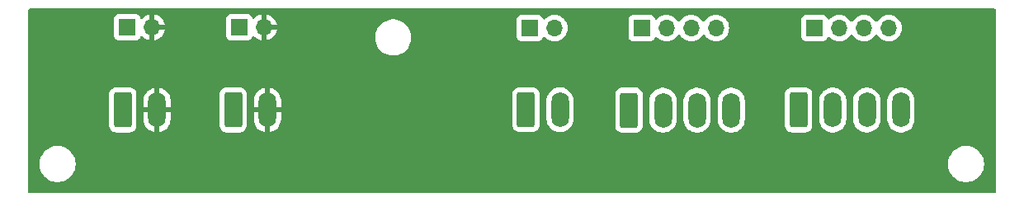
<source format=gbr>
%TF.GenerationSoftware,KiCad,Pcbnew,8.0.3*%
%TF.CreationDate,2024-08-02T17:34:24+01:00*%
%TF.ProjectId,FCPC Breakout PCB,46435043-2042-4726-9561-6b6f75742050,V1.1*%
%TF.SameCoordinates,Original*%
%TF.FileFunction,Copper,L2,Bot*%
%TF.FilePolarity,Positive*%
%FSLAX46Y46*%
G04 Gerber Fmt 4.6, Leading zero omitted, Abs format (unit mm)*
G04 Created by KiCad (PCBNEW 8.0.3) date 2024-08-02 17:34:24*
%MOMM*%
%LPD*%
G01*
G04 APERTURE LIST*
G04 Aperture macros list*
%AMRoundRect*
0 Rectangle with rounded corners*
0 $1 Rounding radius*
0 $2 $3 $4 $5 $6 $7 $8 $9 X,Y pos of 4 corners*
0 Add a 4 corners polygon primitive as box body*
4,1,4,$2,$3,$4,$5,$6,$7,$8,$9,$2,$3,0*
0 Add four circle primitives for the rounded corners*
1,1,$1+$1,$2,$3*
1,1,$1+$1,$4,$5*
1,1,$1+$1,$6,$7*
1,1,$1+$1,$8,$9*
0 Add four rect primitives between the rounded corners*
20,1,$1+$1,$2,$3,$4,$5,0*
20,1,$1+$1,$4,$5,$6,$7,0*
20,1,$1+$1,$6,$7,$8,$9,0*
20,1,$1+$1,$8,$9,$2,$3,0*%
G04 Aperture macros list end*
%TA.AperFunction,ComponentPad*%
%ADD10RoundRect,0.250000X-0.650000X-1.550000X0.650000X-1.550000X0.650000X1.550000X-0.650000X1.550000X0*%
%TD*%
%TA.AperFunction,ComponentPad*%
%ADD11O,1.800000X3.600000*%
%TD*%
%TA.AperFunction,ComponentPad*%
%ADD12R,1.700000X1.700000*%
%TD*%
%TA.AperFunction,ComponentPad*%
%ADD13O,1.700000X1.700000*%
%TD*%
%TA.AperFunction,ViaPad*%
%ADD14C,0.800000*%
%TD*%
G04 APERTURE END LIST*
D10*
%TO.P,J3,1,Pin_1*%
%TO.N,UART TX*%
X153466800Y-127508000D03*
D11*
%TO.P,J3,2,Pin_2*%
%TO.N,UART RX*%
X156966800Y-127508000D03*
%TD*%
D10*
%TO.P,J4,1,Pin_1*%
%TO.N,+5V*%
X123438700Y-127540900D03*
D11*
%TO.P,J4,2,Pin_2*%
%TO.N,GND*%
X126938700Y-127540900D03*
%TD*%
D10*
%TO.P,J5,1,Pin_1*%
%TO.N,+12V*%
X112110300Y-127540900D03*
D11*
%TO.P,J5,2,Pin_2*%
%TO.N,GND*%
X115610300Y-127540900D03*
%TD*%
D10*
%TO.P,J1,1,Pin_1*%
%TO.N,CANAL*%
X181452300Y-127540900D03*
D11*
%TO.P,J1,2,Pin_2*%
%TO.N,CANAH*%
X184952300Y-127540900D03*
%TO.P,J1,3,Pin_3*%
%TO.N,CANBL*%
X188452300Y-127540900D03*
%TO.P,J1,4,Pin_4*%
%TO.N,CANBH*%
X191952300Y-127540900D03*
%TD*%
D10*
%TO.P,J2,1,Pin_1*%
%TO.N,O RS485 P*%
X164033200Y-127558800D03*
D11*
%TO.P,J2,2,Pin_2*%
%TO.N,O RS485 N*%
X167533200Y-127558800D03*
%TO.P,J2,3,Pin_3*%
%TO.N,I RS485 P*%
X171033200Y-127558800D03*
%TO.P,J2,4,Pin_4*%
%TO.N,I RS485 N*%
X174533200Y-127558800D03*
%TD*%
D12*
%TO.P,J10,1,Pin_1*%
%TO.N,O RS485 P*%
X165348800Y-119126000D03*
D13*
%TO.P,J10,2,Pin_2*%
%TO.N,O RS485 N*%
X167888800Y-119126000D03*
%TO.P,J10,3,Pin_3*%
%TO.N,I RS485 P*%
X170428800Y-119126000D03*
%TO.P,J10,4,Pin_4*%
%TO.N,I RS485 N*%
X172968800Y-119126000D03*
%TD*%
D12*
%TO.P,J8,1,Pin_1*%
%TO.N,+5V*%
X124038100Y-119057300D03*
D13*
%TO.P,J8,2,Pin_2*%
%TO.N,GND*%
X126578100Y-119057300D03*
%TD*%
D12*
%TO.P,J6,1,Pin_1*%
%TO.N,UART TX*%
X153868000Y-119126000D03*
D13*
%TO.P,J6,2,Pin_2*%
%TO.N,UART RX*%
X156408000Y-119126000D03*
%TD*%
D12*
%TO.P,J7,1,Pin_1*%
%TO.N,CANAL*%
X183078000Y-119126000D03*
D13*
%TO.P,J7,2,Pin_2*%
%TO.N,CANAH*%
X185618000Y-119126000D03*
%TO.P,J7,3,Pin_3*%
%TO.N,CANBL*%
X188158000Y-119126000D03*
%TO.P,J7,4,Pin_4*%
%TO.N,CANBH*%
X190698000Y-119126000D03*
%TD*%
D12*
%TO.P,J9,1,Pin_1*%
%TO.N,+12V*%
X112562300Y-119057300D03*
D13*
%TO.P,J9,2,Pin_2*%
%TO.N,GND*%
X115102300Y-119057300D03*
%TD*%
D14*
%TO.N,GND*%
X108142700Y-120327300D03*
X119471100Y-120327300D03*
%TD*%
%TA.AperFunction,Conductor*%
%TO.N,GND*%
G36*
X201626539Y-117156985D02*
G01*
X201672294Y-117209789D01*
X201683500Y-117261300D01*
X201683500Y-135976700D01*
X201663815Y-136043739D01*
X201611011Y-136089494D01*
X201559500Y-136100700D01*
X102529300Y-136100700D01*
X102462261Y-136081015D01*
X102416506Y-136028211D01*
X102405300Y-135976700D01*
X102405300Y-132974711D01*
X103559500Y-132974711D01*
X103559500Y-133217288D01*
X103591161Y-133457785D01*
X103653947Y-133692104D01*
X103746773Y-133916205D01*
X103746776Y-133916212D01*
X103868064Y-134126289D01*
X103868066Y-134126292D01*
X103868067Y-134126293D01*
X104015733Y-134318736D01*
X104015739Y-134318743D01*
X104187256Y-134490260D01*
X104187262Y-134490265D01*
X104379711Y-134637936D01*
X104589788Y-134759224D01*
X104813900Y-134852054D01*
X105048211Y-134914838D01*
X105228586Y-134938584D01*
X105288711Y-134946500D01*
X105288712Y-134946500D01*
X105531289Y-134946500D01*
X105579388Y-134940167D01*
X105771789Y-134914838D01*
X106006100Y-134852054D01*
X106230212Y-134759224D01*
X106440289Y-134637936D01*
X106632738Y-134490265D01*
X106804265Y-134318738D01*
X106951936Y-134126289D01*
X107073224Y-133916212D01*
X107166054Y-133692100D01*
X107228838Y-133457789D01*
X107260500Y-133217288D01*
X107260500Y-132974712D01*
X107260500Y-132974711D01*
X196777500Y-132974711D01*
X196777500Y-133217288D01*
X196809161Y-133457785D01*
X196871947Y-133692104D01*
X196964773Y-133916205D01*
X196964776Y-133916212D01*
X197086064Y-134126289D01*
X197086066Y-134126292D01*
X197086067Y-134126293D01*
X197233733Y-134318736D01*
X197233739Y-134318743D01*
X197405256Y-134490260D01*
X197405262Y-134490265D01*
X197597711Y-134637936D01*
X197807788Y-134759224D01*
X198031900Y-134852054D01*
X198266211Y-134914838D01*
X198446586Y-134938584D01*
X198506711Y-134946500D01*
X198506712Y-134946500D01*
X198749289Y-134946500D01*
X198797388Y-134940167D01*
X198989789Y-134914838D01*
X199224100Y-134852054D01*
X199448212Y-134759224D01*
X199658289Y-134637936D01*
X199850738Y-134490265D01*
X200022265Y-134318738D01*
X200169936Y-134126289D01*
X200291224Y-133916212D01*
X200384054Y-133692100D01*
X200446838Y-133457789D01*
X200478500Y-133217288D01*
X200478500Y-132974712D01*
X200446838Y-132734211D01*
X200384054Y-132499900D01*
X200291224Y-132275788D01*
X200169936Y-132065711D01*
X200022265Y-131873262D01*
X200022260Y-131873256D01*
X199850743Y-131701739D01*
X199850736Y-131701733D01*
X199658293Y-131554067D01*
X199658292Y-131554066D01*
X199658289Y-131554064D01*
X199448212Y-131432776D01*
X199448205Y-131432773D01*
X199224104Y-131339947D01*
X198989785Y-131277161D01*
X198749289Y-131245500D01*
X198749288Y-131245500D01*
X198506712Y-131245500D01*
X198506711Y-131245500D01*
X198266214Y-131277161D01*
X198031895Y-131339947D01*
X197807794Y-131432773D01*
X197807785Y-131432777D01*
X197597706Y-131554067D01*
X197405263Y-131701733D01*
X197405256Y-131701739D01*
X197233739Y-131873256D01*
X197233733Y-131873263D01*
X197086067Y-132065706D01*
X196964777Y-132275785D01*
X196964773Y-132275794D01*
X196871947Y-132499895D01*
X196809161Y-132734214D01*
X196777500Y-132974711D01*
X107260500Y-132974711D01*
X107228838Y-132734211D01*
X107166054Y-132499900D01*
X107073224Y-132275788D01*
X106951936Y-132065711D01*
X106804265Y-131873262D01*
X106804260Y-131873256D01*
X106632743Y-131701739D01*
X106632736Y-131701733D01*
X106440293Y-131554067D01*
X106440292Y-131554066D01*
X106440289Y-131554064D01*
X106230212Y-131432776D01*
X106230205Y-131432773D01*
X106006104Y-131339947D01*
X105771785Y-131277161D01*
X105531289Y-131245500D01*
X105531288Y-131245500D01*
X105288712Y-131245500D01*
X105288711Y-131245500D01*
X105048214Y-131277161D01*
X104813895Y-131339947D01*
X104589794Y-131432773D01*
X104589785Y-131432777D01*
X104379706Y-131554067D01*
X104187263Y-131701733D01*
X104187256Y-131701739D01*
X104015739Y-131873256D01*
X104015733Y-131873263D01*
X103868067Y-132065706D01*
X103746777Y-132275785D01*
X103746773Y-132275794D01*
X103653947Y-132499895D01*
X103591161Y-132734214D01*
X103559500Y-132974711D01*
X102405300Y-132974711D01*
X102405300Y-125940883D01*
X110709800Y-125940883D01*
X110709800Y-129140901D01*
X110709801Y-129140918D01*
X110720300Y-129243696D01*
X110720301Y-129243699D01*
X110756608Y-129353265D01*
X110775486Y-129410234D01*
X110867588Y-129559556D01*
X110991644Y-129683612D01*
X111140966Y-129775714D01*
X111307503Y-129830899D01*
X111410291Y-129841400D01*
X112810308Y-129841399D01*
X112913097Y-129830899D01*
X113079634Y-129775714D01*
X113228956Y-129683612D01*
X113353012Y-129559556D01*
X113445114Y-129410234D01*
X113500299Y-129243697D01*
X113510800Y-129140909D01*
X113510799Y-126530718D01*
X114210300Y-126530718D01*
X114210300Y-127290900D01*
X115061818Y-127290900D01*
X115051189Y-127309309D01*
X115010300Y-127461909D01*
X115010300Y-127619891D01*
X115051189Y-127772491D01*
X115061818Y-127790900D01*
X114210300Y-127790900D01*
X114210300Y-128551081D01*
X114244773Y-128768735D01*
X114312867Y-128978310D01*
X114412913Y-129174660D01*
X114542442Y-129352941D01*
X114698258Y-129508757D01*
X114876539Y-129638286D01*
X115072889Y-129738332D01*
X115282463Y-129806426D01*
X115360299Y-129818754D01*
X115360300Y-129818754D01*
X115360300Y-128089382D01*
X115378709Y-128100011D01*
X115531309Y-128140900D01*
X115689291Y-128140900D01*
X115841891Y-128100011D01*
X115860300Y-128089382D01*
X115860300Y-129818754D01*
X115938134Y-129806426D01*
X115938137Y-129806426D01*
X116147710Y-129738332D01*
X116344060Y-129638286D01*
X116522341Y-129508757D01*
X116678157Y-129352941D01*
X116807686Y-129174660D01*
X116907732Y-128978310D01*
X116975826Y-128768735D01*
X117010300Y-128551081D01*
X117010300Y-127790900D01*
X116158782Y-127790900D01*
X116169411Y-127772491D01*
X116210300Y-127619891D01*
X116210300Y-127461909D01*
X116169411Y-127309309D01*
X116158782Y-127290900D01*
X117010300Y-127290900D01*
X117010300Y-126530718D01*
X116975826Y-126313064D01*
X116907732Y-126103489D01*
X116824880Y-125940883D01*
X122038200Y-125940883D01*
X122038200Y-129140901D01*
X122038201Y-129140918D01*
X122048700Y-129243696D01*
X122048701Y-129243699D01*
X122085008Y-129353265D01*
X122103886Y-129410234D01*
X122195988Y-129559556D01*
X122320044Y-129683612D01*
X122469366Y-129775714D01*
X122635903Y-129830899D01*
X122738691Y-129841400D01*
X124138708Y-129841399D01*
X124241497Y-129830899D01*
X124408034Y-129775714D01*
X124557356Y-129683612D01*
X124681412Y-129559556D01*
X124773514Y-129410234D01*
X124828699Y-129243697D01*
X124839200Y-129140909D01*
X124839199Y-126530718D01*
X125538700Y-126530718D01*
X125538700Y-127290900D01*
X126390218Y-127290900D01*
X126379589Y-127309309D01*
X126338700Y-127461909D01*
X126338700Y-127619891D01*
X126379589Y-127772491D01*
X126390218Y-127790900D01*
X125538700Y-127790900D01*
X125538700Y-128551081D01*
X125573173Y-128768735D01*
X125641267Y-128978310D01*
X125741313Y-129174660D01*
X125870842Y-129352941D01*
X126026658Y-129508757D01*
X126204939Y-129638286D01*
X126401289Y-129738332D01*
X126610863Y-129806426D01*
X126688699Y-129818754D01*
X126688700Y-129818754D01*
X126688700Y-128089382D01*
X126707109Y-128100011D01*
X126859709Y-128140900D01*
X127017691Y-128140900D01*
X127170291Y-128100011D01*
X127188700Y-128089382D01*
X127188700Y-129818754D01*
X127266534Y-129806426D01*
X127266537Y-129806426D01*
X127476110Y-129738332D01*
X127672460Y-129638286D01*
X127850741Y-129508757D01*
X128006557Y-129352941D01*
X128136086Y-129174660D01*
X128236132Y-128978310D01*
X128304226Y-128768735D01*
X128338700Y-128551081D01*
X128338700Y-127790900D01*
X127487182Y-127790900D01*
X127497811Y-127772491D01*
X127538700Y-127619891D01*
X127538700Y-127461909D01*
X127497811Y-127309309D01*
X127487182Y-127290900D01*
X128338700Y-127290900D01*
X128338700Y-126530718D01*
X128304226Y-126313064D01*
X128236132Y-126103489D01*
X128136516Y-125907983D01*
X152066300Y-125907983D01*
X152066300Y-129108001D01*
X152066301Y-129108018D01*
X152076800Y-129210796D01*
X152076801Y-129210799D01*
X152131985Y-129377331D01*
X152131987Y-129377336D01*
X152163321Y-129428136D01*
X152224088Y-129526656D01*
X152348144Y-129650712D01*
X152497466Y-129742814D01*
X152664003Y-129797999D01*
X152766791Y-129808500D01*
X154166808Y-129808499D01*
X154269597Y-129797999D01*
X154436134Y-129742814D01*
X154585456Y-129650712D01*
X154709512Y-129526656D01*
X154801614Y-129377334D01*
X154856799Y-129210797D01*
X154867300Y-129108009D01*
X154867299Y-126497778D01*
X155566300Y-126497778D01*
X155566300Y-128518221D01*
X155600785Y-128735952D01*
X155668903Y-128945603D01*
X155668904Y-128945606D01*
X155694789Y-128996406D01*
X155768422Y-129140918D01*
X155768987Y-129142025D01*
X155898552Y-129320358D01*
X155898556Y-129320363D01*
X156054436Y-129476243D01*
X156054441Y-129476247D01*
X156169109Y-129559557D01*
X156232778Y-129605815D01*
X156332472Y-129656612D01*
X156429193Y-129705895D01*
X156429196Y-129705896D01*
X156529026Y-129738332D01*
X156638849Y-129774015D01*
X156856578Y-129808500D01*
X156856579Y-129808500D01*
X157077021Y-129808500D01*
X157077022Y-129808500D01*
X157294751Y-129774015D01*
X157504406Y-129705895D01*
X157700822Y-129605815D01*
X157879165Y-129476242D01*
X158035042Y-129320365D01*
X158164615Y-129142022D01*
X158264695Y-128945606D01*
X158332815Y-128735951D01*
X158367300Y-128518222D01*
X158367300Y-126497778D01*
X158332815Y-126280049D01*
X158281201Y-126121194D01*
X158264696Y-126070396D01*
X158264695Y-126070393D01*
X158207830Y-125958791D01*
X158207826Y-125958783D01*
X162632700Y-125958783D01*
X162632700Y-129158801D01*
X162632701Y-129158818D01*
X162643200Y-129261596D01*
X162643201Y-129261599D01*
X162692455Y-129410236D01*
X162698386Y-129428134D01*
X162790488Y-129577456D01*
X162914544Y-129701512D01*
X163063866Y-129793614D01*
X163230403Y-129848799D01*
X163333191Y-129859300D01*
X164733208Y-129859299D01*
X164835997Y-129848799D01*
X165002534Y-129793614D01*
X165151856Y-129701512D01*
X165275912Y-129577456D01*
X165368014Y-129428134D01*
X165423199Y-129261597D01*
X165433700Y-129158809D01*
X165433699Y-126548578D01*
X166132700Y-126548578D01*
X166132700Y-128569021D01*
X166167185Y-128786752D01*
X166235303Y-128996403D01*
X166235304Y-128996406D01*
X166292170Y-129108009D01*
X166326264Y-129174922D01*
X166335387Y-129192825D01*
X166464952Y-129371158D01*
X166464956Y-129371163D01*
X166620836Y-129527043D01*
X166620841Y-129527047D01*
X166729253Y-129605812D01*
X166799178Y-129656615D01*
X166927575Y-129722037D01*
X166995593Y-129756695D01*
X166995596Y-129756696D01*
X167048897Y-129774014D01*
X167205249Y-129824815D01*
X167422978Y-129859300D01*
X167422979Y-129859300D01*
X167643421Y-129859300D01*
X167643422Y-129859300D01*
X167861151Y-129824815D01*
X168070806Y-129756695D01*
X168267222Y-129656615D01*
X168445565Y-129527042D01*
X168601442Y-129371165D01*
X168731015Y-129192822D01*
X168831095Y-128996406D01*
X168899215Y-128786751D01*
X168933700Y-128569022D01*
X168933700Y-126548578D01*
X169632700Y-126548578D01*
X169632700Y-128569021D01*
X169667185Y-128786752D01*
X169735303Y-128996403D01*
X169735304Y-128996406D01*
X169792170Y-129108009D01*
X169826264Y-129174922D01*
X169835387Y-129192825D01*
X169964952Y-129371158D01*
X169964956Y-129371163D01*
X170120836Y-129527043D01*
X170120841Y-129527047D01*
X170229253Y-129605812D01*
X170299178Y-129656615D01*
X170427575Y-129722037D01*
X170495593Y-129756695D01*
X170495596Y-129756696D01*
X170548897Y-129774014D01*
X170705249Y-129824815D01*
X170922978Y-129859300D01*
X170922979Y-129859300D01*
X171143421Y-129859300D01*
X171143422Y-129859300D01*
X171361151Y-129824815D01*
X171570806Y-129756695D01*
X171767222Y-129656615D01*
X171945565Y-129527042D01*
X172101442Y-129371165D01*
X172231015Y-129192822D01*
X172331095Y-128996406D01*
X172399215Y-128786751D01*
X172433700Y-128569022D01*
X172433700Y-126548578D01*
X173132700Y-126548578D01*
X173132700Y-128569021D01*
X173167185Y-128786752D01*
X173235303Y-128996403D01*
X173235304Y-128996406D01*
X173292170Y-129108009D01*
X173326264Y-129174922D01*
X173335387Y-129192825D01*
X173464952Y-129371158D01*
X173464956Y-129371163D01*
X173620836Y-129527043D01*
X173620841Y-129527047D01*
X173729253Y-129605812D01*
X173799178Y-129656615D01*
X173927575Y-129722037D01*
X173995593Y-129756695D01*
X173995596Y-129756696D01*
X174048897Y-129774014D01*
X174205249Y-129824815D01*
X174422978Y-129859300D01*
X174422979Y-129859300D01*
X174643421Y-129859300D01*
X174643422Y-129859300D01*
X174861151Y-129824815D01*
X175070806Y-129756695D01*
X175267222Y-129656615D01*
X175445565Y-129527042D01*
X175601442Y-129371165D01*
X175731015Y-129192822D01*
X175831095Y-128996406D01*
X175899215Y-128786751D01*
X175933700Y-128569022D01*
X175933700Y-126548578D01*
X175899215Y-126330849D01*
X175831095Y-126121194D01*
X175831095Y-126121193D01*
X175748349Y-125958798D01*
X175739221Y-125940883D01*
X180051800Y-125940883D01*
X180051800Y-129140901D01*
X180051801Y-129140918D01*
X180062300Y-129243696D01*
X180062301Y-129243699D01*
X180098608Y-129353265D01*
X180117486Y-129410234D01*
X180209588Y-129559556D01*
X180333644Y-129683612D01*
X180482966Y-129775714D01*
X180649503Y-129830899D01*
X180752291Y-129841400D01*
X182152308Y-129841399D01*
X182255097Y-129830899D01*
X182421634Y-129775714D01*
X182570956Y-129683612D01*
X182695012Y-129559556D01*
X182787114Y-129410234D01*
X182842299Y-129243697D01*
X182852800Y-129140909D01*
X182852799Y-126530678D01*
X183551800Y-126530678D01*
X183551800Y-128551121D01*
X183586285Y-128768852D01*
X183654403Y-128978503D01*
X183654404Y-128978506D01*
X183720387Y-129108001D01*
X183746278Y-129158816D01*
X183754487Y-129174925D01*
X183884052Y-129353258D01*
X183884056Y-129353263D01*
X184039936Y-129509143D01*
X184039941Y-129509147D01*
X184133963Y-129577457D01*
X184218278Y-129638715D01*
X184341519Y-129701510D01*
X184414693Y-129738795D01*
X184414696Y-129738796D01*
X184469785Y-129756695D01*
X184624349Y-129806915D01*
X184842078Y-129841400D01*
X184842079Y-129841400D01*
X185062521Y-129841400D01*
X185062522Y-129841400D01*
X185280251Y-129806915D01*
X185489906Y-129738795D01*
X185686322Y-129638715D01*
X185864665Y-129509142D01*
X186020542Y-129353265D01*
X186150115Y-129174922D01*
X186250195Y-128978506D01*
X186318315Y-128768851D01*
X186352800Y-128551122D01*
X186352800Y-126530678D01*
X187051800Y-126530678D01*
X187051800Y-128551121D01*
X187086285Y-128768852D01*
X187154403Y-128978503D01*
X187154404Y-128978506D01*
X187220387Y-129108001D01*
X187246278Y-129158816D01*
X187254487Y-129174925D01*
X187384052Y-129353258D01*
X187384056Y-129353263D01*
X187539936Y-129509143D01*
X187539941Y-129509147D01*
X187633963Y-129577457D01*
X187718278Y-129638715D01*
X187841519Y-129701510D01*
X187914693Y-129738795D01*
X187914696Y-129738796D01*
X187969785Y-129756695D01*
X188124349Y-129806915D01*
X188342078Y-129841400D01*
X188342079Y-129841400D01*
X188562521Y-129841400D01*
X188562522Y-129841400D01*
X188780251Y-129806915D01*
X188989906Y-129738795D01*
X189186322Y-129638715D01*
X189364665Y-129509142D01*
X189520542Y-129353265D01*
X189650115Y-129174922D01*
X189750195Y-128978506D01*
X189818315Y-128768851D01*
X189852800Y-128551122D01*
X189852800Y-126530678D01*
X190551800Y-126530678D01*
X190551800Y-128551121D01*
X190586285Y-128768852D01*
X190654403Y-128978503D01*
X190654404Y-128978506D01*
X190720387Y-129108001D01*
X190746278Y-129158816D01*
X190754487Y-129174925D01*
X190884052Y-129353258D01*
X190884056Y-129353263D01*
X191039936Y-129509143D01*
X191039941Y-129509147D01*
X191133963Y-129577457D01*
X191218278Y-129638715D01*
X191341519Y-129701510D01*
X191414693Y-129738795D01*
X191414696Y-129738796D01*
X191469785Y-129756695D01*
X191624349Y-129806915D01*
X191842078Y-129841400D01*
X191842079Y-129841400D01*
X192062521Y-129841400D01*
X192062522Y-129841400D01*
X192280251Y-129806915D01*
X192489906Y-129738795D01*
X192686322Y-129638715D01*
X192864665Y-129509142D01*
X193020542Y-129353265D01*
X193150115Y-129174922D01*
X193250195Y-128978506D01*
X193318315Y-128768851D01*
X193352800Y-128551122D01*
X193352800Y-126530678D01*
X193318315Y-126312949D01*
X193256011Y-126121193D01*
X193250196Y-126103296D01*
X193250195Y-126103293D01*
X193215537Y-126035275D01*
X193150115Y-125906878D01*
X193100148Y-125838104D01*
X193020547Y-125728541D01*
X193020543Y-125728536D01*
X192864663Y-125572656D01*
X192864658Y-125572652D01*
X192686325Y-125443087D01*
X192686324Y-125443086D01*
X192686322Y-125443085D01*
X192598208Y-125398188D01*
X192489906Y-125343004D01*
X192489903Y-125343003D01*
X192280252Y-125274885D01*
X192128816Y-125250900D01*
X192062522Y-125240400D01*
X191842078Y-125240400D01*
X191775784Y-125250900D01*
X191624347Y-125274885D01*
X191414696Y-125343003D01*
X191414693Y-125343004D01*
X191218274Y-125443087D01*
X191039941Y-125572652D01*
X191039936Y-125572656D01*
X190884056Y-125728536D01*
X190884052Y-125728541D01*
X190754487Y-125906874D01*
X190654404Y-126103293D01*
X190654403Y-126103296D01*
X190586285Y-126312947D01*
X190551800Y-126530678D01*
X189852800Y-126530678D01*
X189818315Y-126312949D01*
X189756011Y-126121193D01*
X189750196Y-126103296D01*
X189750195Y-126103293D01*
X189715537Y-126035275D01*
X189650115Y-125906878D01*
X189600148Y-125838104D01*
X189520547Y-125728541D01*
X189520543Y-125728536D01*
X189364663Y-125572656D01*
X189364658Y-125572652D01*
X189186325Y-125443087D01*
X189186324Y-125443086D01*
X189186322Y-125443085D01*
X189098208Y-125398188D01*
X188989906Y-125343004D01*
X188989903Y-125343003D01*
X188780252Y-125274885D01*
X188628816Y-125250900D01*
X188562522Y-125240400D01*
X188342078Y-125240400D01*
X188275784Y-125250900D01*
X188124347Y-125274885D01*
X187914696Y-125343003D01*
X187914693Y-125343004D01*
X187718274Y-125443087D01*
X187539941Y-125572652D01*
X187539936Y-125572656D01*
X187384056Y-125728536D01*
X187384052Y-125728541D01*
X187254487Y-125906874D01*
X187154404Y-126103293D01*
X187154403Y-126103296D01*
X187086285Y-126312947D01*
X187051800Y-126530678D01*
X186352800Y-126530678D01*
X186318315Y-126312949D01*
X186256011Y-126121193D01*
X186250196Y-126103296D01*
X186250195Y-126103293D01*
X186215537Y-126035275D01*
X186150115Y-125906878D01*
X186100148Y-125838104D01*
X186020547Y-125728541D01*
X186020543Y-125728536D01*
X185864663Y-125572656D01*
X185864658Y-125572652D01*
X185686325Y-125443087D01*
X185686324Y-125443086D01*
X185686322Y-125443085D01*
X185598208Y-125398188D01*
X185489906Y-125343004D01*
X185489903Y-125343003D01*
X185280252Y-125274885D01*
X185128816Y-125250900D01*
X185062522Y-125240400D01*
X184842078Y-125240400D01*
X184775784Y-125250900D01*
X184624347Y-125274885D01*
X184414696Y-125343003D01*
X184414693Y-125343004D01*
X184218274Y-125443087D01*
X184039941Y-125572652D01*
X184039936Y-125572656D01*
X183884056Y-125728536D01*
X183884052Y-125728541D01*
X183754487Y-125906874D01*
X183654404Y-126103293D01*
X183654403Y-126103296D01*
X183586285Y-126312947D01*
X183551800Y-126530678D01*
X182852799Y-126530678D01*
X182852799Y-125940892D01*
X182849324Y-125906878D01*
X182842299Y-125838103D01*
X182842298Y-125838100D01*
X182811925Y-125746441D01*
X182787114Y-125671566D01*
X182695012Y-125522244D01*
X182570956Y-125398188D01*
X182428150Y-125310105D01*
X182421636Y-125306087D01*
X182421631Y-125306085D01*
X182381494Y-125292785D01*
X182255097Y-125250901D01*
X182255095Y-125250900D01*
X182152310Y-125240400D01*
X180752298Y-125240400D01*
X180752281Y-125240401D01*
X180649503Y-125250900D01*
X180649500Y-125250901D01*
X180482968Y-125306085D01*
X180482963Y-125306087D01*
X180333642Y-125398189D01*
X180209589Y-125522242D01*
X180117487Y-125671563D01*
X180117485Y-125671568D01*
X180111554Y-125689468D01*
X180062301Y-125838103D01*
X180062301Y-125838104D01*
X180062300Y-125838104D01*
X180051800Y-125940883D01*
X175739221Y-125940883D01*
X175731015Y-125924778D01*
X175681048Y-125856004D01*
X175601447Y-125746441D01*
X175601443Y-125746436D01*
X175445563Y-125590556D01*
X175445558Y-125590552D01*
X175267225Y-125460987D01*
X175267224Y-125460986D01*
X175267222Y-125460985D01*
X175179108Y-125416088D01*
X175070806Y-125360904D01*
X175070803Y-125360903D01*
X174861152Y-125292785D01*
X174748135Y-125274885D01*
X174643422Y-125258300D01*
X174422978Y-125258300D01*
X174393026Y-125263044D01*
X174205247Y-125292785D01*
X173995596Y-125360903D01*
X173995593Y-125360904D01*
X173799174Y-125460987D01*
X173620841Y-125590552D01*
X173620836Y-125590556D01*
X173464956Y-125746436D01*
X173464952Y-125746441D01*
X173335387Y-125924774D01*
X173235304Y-126121193D01*
X173235303Y-126121196D01*
X173167185Y-126330847D01*
X173132700Y-126548578D01*
X172433700Y-126548578D01*
X172399215Y-126330849D01*
X172331095Y-126121194D01*
X172331095Y-126121193D01*
X172248349Y-125958798D01*
X172231015Y-125924778D01*
X172181048Y-125856004D01*
X172101447Y-125746441D01*
X172101443Y-125746436D01*
X171945563Y-125590556D01*
X171945558Y-125590552D01*
X171767225Y-125460987D01*
X171767224Y-125460986D01*
X171767222Y-125460985D01*
X171679108Y-125416088D01*
X171570806Y-125360904D01*
X171570803Y-125360903D01*
X171361152Y-125292785D01*
X171248135Y-125274885D01*
X171143422Y-125258300D01*
X170922978Y-125258300D01*
X170893026Y-125263044D01*
X170705247Y-125292785D01*
X170495596Y-125360903D01*
X170495593Y-125360904D01*
X170299174Y-125460987D01*
X170120841Y-125590552D01*
X170120836Y-125590556D01*
X169964956Y-125746436D01*
X169964952Y-125746441D01*
X169835387Y-125924774D01*
X169735304Y-126121193D01*
X169735303Y-126121196D01*
X169667185Y-126330847D01*
X169632700Y-126548578D01*
X168933700Y-126548578D01*
X168899215Y-126330849D01*
X168831095Y-126121194D01*
X168831095Y-126121193D01*
X168748349Y-125958798D01*
X168731015Y-125924778D01*
X168681048Y-125856004D01*
X168601447Y-125746441D01*
X168601443Y-125746436D01*
X168445563Y-125590556D01*
X168445558Y-125590552D01*
X168267225Y-125460987D01*
X168267224Y-125460986D01*
X168267222Y-125460985D01*
X168179108Y-125416088D01*
X168070806Y-125360904D01*
X168070803Y-125360903D01*
X167861152Y-125292785D01*
X167748135Y-125274885D01*
X167643422Y-125258300D01*
X167422978Y-125258300D01*
X167393026Y-125263044D01*
X167205247Y-125292785D01*
X166995596Y-125360903D01*
X166995593Y-125360904D01*
X166799174Y-125460987D01*
X166620841Y-125590552D01*
X166620836Y-125590556D01*
X166464956Y-125746436D01*
X166464952Y-125746441D01*
X166335387Y-125924774D01*
X166235304Y-126121193D01*
X166235303Y-126121196D01*
X166167185Y-126330847D01*
X166132700Y-126548578D01*
X165433699Y-126548578D01*
X165433699Y-125958792D01*
X165431870Y-125940892D01*
X165423199Y-125856003D01*
X165423198Y-125856000D01*
X165417268Y-125838104D01*
X165368014Y-125689466D01*
X165275912Y-125540144D01*
X165151856Y-125416088D01*
X165002534Y-125323986D01*
X164835997Y-125268801D01*
X164835995Y-125268800D01*
X164733210Y-125258300D01*
X163333198Y-125258300D01*
X163333181Y-125258301D01*
X163230403Y-125268800D01*
X163230400Y-125268801D01*
X163063868Y-125323985D01*
X163063863Y-125323987D01*
X162914542Y-125416089D01*
X162790489Y-125540142D01*
X162698387Y-125689463D01*
X162698385Y-125689468D01*
X162685440Y-125728535D01*
X162643201Y-125856003D01*
X162643201Y-125856004D01*
X162643200Y-125856004D01*
X162632700Y-125958783D01*
X158207826Y-125958783D01*
X158164615Y-125873978D01*
X158114648Y-125805204D01*
X158035047Y-125695641D01*
X158035043Y-125695636D01*
X157879163Y-125539756D01*
X157879158Y-125539752D01*
X157700825Y-125410187D01*
X157700824Y-125410186D01*
X157700822Y-125410185D01*
X157604102Y-125360903D01*
X157504406Y-125310104D01*
X157504403Y-125310103D01*
X157294752Y-125241985D01*
X157143316Y-125218000D01*
X157077022Y-125207500D01*
X156856578Y-125207500D01*
X156790284Y-125218000D01*
X156638847Y-125241985D01*
X156429196Y-125310103D01*
X156429193Y-125310104D01*
X156232774Y-125410187D01*
X156054441Y-125539752D01*
X156054436Y-125539756D01*
X155898556Y-125695636D01*
X155898552Y-125695641D01*
X155768987Y-125873974D01*
X155668904Y-126070393D01*
X155668903Y-126070396D01*
X155600785Y-126280047D01*
X155566300Y-126497778D01*
X154867299Y-126497778D01*
X154867299Y-125907992D01*
X154863824Y-125873978D01*
X154856799Y-125805203D01*
X154856798Y-125805200D01*
X154837327Y-125746441D01*
X154801614Y-125638666D01*
X154709512Y-125489344D01*
X154585456Y-125365288D01*
X154436134Y-125273186D01*
X154269597Y-125218001D01*
X154269595Y-125218000D01*
X154166810Y-125207500D01*
X152766798Y-125207500D01*
X152766781Y-125207501D01*
X152664003Y-125218000D01*
X152664000Y-125218001D01*
X152497468Y-125273185D01*
X152497463Y-125273187D01*
X152348142Y-125365289D01*
X152224089Y-125489342D01*
X152131987Y-125638663D01*
X152131985Y-125638668D01*
X152115152Y-125689468D01*
X152076801Y-125805203D01*
X152076801Y-125805204D01*
X152076800Y-125805204D01*
X152066300Y-125907983D01*
X128136516Y-125907983D01*
X128136086Y-125907139D01*
X128006557Y-125728858D01*
X127850741Y-125573042D01*
X127672460Y-125443513D01*
X127476110Y-125343467D01*
X127266536Y-125275373D01*
X127188700Y-125263044D01*
X127188700Y-126992417D01*
X127170291Y-126981789D01*
X127017691Y-126940900D01*
X126859709Y-126940900D01*
X126707109Y-126981789D01*
X126688700Y-126992417D01*
X126688700Y-125263044D01*
X126610864Y-125275373D01*
X126610861Y-125275373D01*
X126401289Y-125343467D01*
X126204939Y-125443513D01*
X126026658Y-125573042D01*
X125870842Y-125728858D01*
X125741313Y-125907139D01*
X125641267Y-126103489D01*
X125573173Y-126313064D01*
X125538700Y-126530718D01*
X124839199Y-126530718D01*
X124839199Y-125940892D01*
X124835724Y-125906878D01*
X124828699Y-125838103D01*
X124828698Y-125838100D01*
X124798325Y-125746441D01*
X124773514Y-125671566D01*
X124681412Y-125522244D01*
X124557356Y-125398188D01*
X124414550Y-125310105D01*
X124408036Y-125306087D01*
X124408031Y-125306085D01*
X124367894Y-125292785D01*
X124241497Y-125250901D01*
X124241495Y-125250900D01*
X124138710Y-125240400D01*
X122738698Y-125240400D01*
X122738681Y-125240401D01*
X122635903Y-125250900D01*
X122635900Y-125250901D01*
X122469368Y-125306085D01*
X122469363Y-125306087D01*
X122320042Y-125398189D01*
X122195989Y-125522242D01*
X122103887Y-125671563D01*
X122103885Y-125671568D01*
X122097954Y-125689468D01*
X122048701Y-125838103D01*
X122048701Y-125838104D01*
X122048700Y-125838104D01*
X122038200Y-125940883D01*
X116824880Y-125940883D01*
X116807686Y-125907139D01*
X116678157Y-125728858D01*
X116522341Y-125573042D01*
X116344060Y-125443513D01*
X116147710Y-125343467D01*
X115938136Y-125275373D01*
X115860300Y-125263044D01*
X115860300Y-126992417D01*
X115841891Y-126981789D01*
X115689291Y-126940900D01*
X115531309Y-126940900D01*
X115378709Y-126981789D01*
X115360300Y-126992417D01*
X115360300Y-125263044D01*
X115282464Y-125275373D01*
X115282461Y-125275373D01*
X115072889Y-125343467D01*
X114876539Y-125443513D01*
X114698258Y-125573042D01*
X114542442Y-125728858D01*
X114412913Y-125907139D01*
X114312867Y-126103489D01*
X114244773Y-126313064D01*
X114210300Y-126530718D01*
X113510799Y-126530718D01*
X113510799Y-125940892D01*
X113507324Y-125906878D01*
X113500299Y-125838103D01*
X113500298Y-125838100D01*
X113469925Y-125746441D01*
X113445114Y-125671566D01*
X113353012Y-125522244D01*
X113228956Y-125398188D01*
X113086150Y-125310105D01*
X113079636Y-125306087D01*
X113079631Y-125306085D01*
X113039494Y-125292785D01*
X112913097Y-125250901D01*
X112913095Y-125250900D01*
X112810310Y-125240400D01*
X111410298Y-125240400D01*
X111410281Y-125240401D01*
X111307503Y-125250900D01*
X111307500Y-125250901D01*
X111140968Y-125306085D01*
X111140963Y-125306087D01*
X110991642Y-125398189D01*
X110867589Y-125522242D01*
X110775487Y-125671563D01*
X110775485Y-125671568D01*
X110769554Y-125689468D01*
X110720301Y-125838103D01*
X110720301Y-125838104D01*
X110720300Y-125838104D01*
X110709800Y-125940883D01*
X102405300Y-125940883D01*
X102405300Y-118159435D01*
X111211800Y-118159435D01*
X111211800Y-119955170D01*
X111211801Y-119955176D01*
X111218208Y-120014783D01*
X111268502Y-120149628D01*
X111268506Y-120149635D01*
X111354752Y-120264844D01*
X111354755Y-120264847D01*
X111469964Y-120351093D01*
X111469971Y-120351097D01*
X111604817Y-120401391D01*
X111604816Y-120401391D01*
X111611744Y-120402135D01*
X111664427Y-120407800D01*
X113460172Y-120407799D01*
X113519783Y-120401391D01*
X113654631Y-120351096D01*
X113769846Y-120264846D01*
X113856096Y-120149631D01*
X113905302Y-120017701D01*
X113947172Y-119961768D01*
X114012637Y-119937350D01*
X114080910Y-119952201D01*
X114109165Y-119973353D01*
X114231217Y-120095405D01*
X114424721Y-120230900D01*
X114638807Y-120330729D01*
X114638816Y-120330733D01*
X114852300Y-120387934D01*
X114852300Y-119490312D01*
X114909307Y-119523225D01*
X115036474Y-119557300D01*
X115168126Y-119557300D01*
X115295293Y-119523225D01*
X115352300Y-119490312D01*
X115352300Y-120387933D01*
X115565783Y-120330733D01*
X115565792Y-120330729D01*
X115779878Y-120230900D01*
X115973382Y-120095405D01*
X116140405Y-119928382D01*
X116275900Y-119734878D01*
X116375729Y-119520792D01*
X116375732Y-119520786D01*
X116432936Y-119307300D01*
X115535312Y-119307300D01*
X115568225Y-119250293D01*
X115602300Y-119123126D01*
X115602300Y-118991474D01*
X115568225Y-118864307D01*
X115535312Y-118807300D01*
X116432936Y-118807300D01*
X116432935Y-118807299D01*
X116375732Y-118593813D01*
X116375729Y-118593807D01*
X116275900Y-118379722D01*
X116275899Y-118379720D01*
X116140413Y-118186226D01*
X116140408Y-118186220D01*
X116113623Y-118159435D01*
X122687600Y-118159435D01*
X122687600Y-119955170D01*
X122687601Y-119955176D01*
X122694008Y-120014783D01*
X122744302Y-120149628D01*
X122744306Y-120149635D01*
X122830552Y-120264844D01*
X122830555Y-120264847D01*
X122945764Y-120351093D01*
X122945771Y-120351097D01*
X123080617Y-120401391D01*
X123080616Y-120401391D01*
X123087544Y-120402135D01*
X123140227Y-120407800D01*
X124935972Y-120407799D01*
X124995583Y-120401391D01*
X125130431Y-120351096D01*
X125245646Y-120264846D01*
X125331896Y-120149631D01*
X125381102Y-120017701D01*
X125422972Y-119961768D01*
X125488437Y-119937350D01*
X125556710Y-119952201D01*
X125584965Y-119973353D01*
X125707017Y-120095405D01*
X125900521Y-120230900D01*
X126114607Y-120330729D01*
X126114616Y-120330733D01*
X126328100Y-120387934D01*
X126328100Y-119490312D01*
X126385107Y-119523225D01*
X126512274Y-119557300D01*
X126643926Y-119557300D01*
X126771093Y-119523225D01*
X126828100Y-119490312D01*
X126828100Y-120387933D01*
X127041583Y-120330733D01*
X127041592Y-120330729D01*
X127255678Y-120230900D01*
X127449182Y-120095405D01*
X127574676Y-119969911D01*
X138001900Y-119969911D01*
X138001900Y-120212488D01*
X138029191Y-120419793D01*
X138033562Y-120452989D01*
X138038145Y-120470091D01*
X138096347Y-120687304D01*
X138189173Y-120911405D01*
X138189176Y-120911412D01*
X138310464Y-121121489D01*
X138310466Y-121121492D01*
X138310467Y-121121493D01*
X138458133Y-121313936D01*
X138458139Y-121313943D01*
X138629656Y-121485460D01*
X138629662Y-121485465D01*
X138822111Y-121633136D01*
X139032188Y-121754424D01*
X139256300Y-121847254D01*
X139490611Y-121910038D01*
X139670986Y-121933784D01*
X139731111Y-121941700D01*
X139731112Y-121941700D01*
X139973689Y-121941700D01*
X140021788Y-121935367D01*
X140214189Y-121910038D01*
X140448500Y-121847254D01*
X140672612Y-121754424D01*
X140882689Y-121633136D01*
X141075138Y-121485465D01*
X141246665Y-121313938D01*
X141394336Y-121121489D01*
X141515624Y-120911412D01*
X141608454Y-120687300D01*
X141671238Y-120452989D01*
X141702900Y-120212488D01*
X141702900Y-119969912D01*
X141700959Y-119955172D01*
X141681035Y-119803830D01*
X141671238Y-119729411D01*
X141608454Y-119495100D01*
X141515624Y-119270988D01*
X141394336Y-119060911D01*
X141246665Y-118868462D01*
X141246660Y-118868456D01*
X141075143Y-118696939D01*
X141075136Y-118696933D01*
X140882693Y-118549267D01*
X140882692Y-118549266D01*
X140882689Y-118549264D01*
X140672612Y-118427976D01*
X140672605Y-118427973D01*
X140448504Y-118335147D01*
X140214185Y-118272361D01*
X139973689Y-118240700D01*
X139973688Y-118240700D01*
X139731112Y-118240700D01*
X139731111Y-118240700D01*
X139490614Y-118272361D01*
X139256295Y-118335147D01*
X139032194Y-118427973D01*
X139032185Y-118427977D01*
X138822106Y-118549267D01*
X138629663Y-118696933D01*
X138629656Y-118696939D01*
X138458139Y-118868456D01*
X138458133Y-118868463D01*
X138310467Y-119060906D01*
X138189180Y-119270981D01*
X138189173Y-119270994D01*
X138096347Y-119495095D01*
X138033561Y-119729414D01*
X138001900Y-119969911D01*
X127574676Y-119969911D01*
X127616205Y-119928382D01*
X127751700Y-119734878D01*
X127851529Y-119520792D01*
X127851532Y-119520786D01*
X127908736Y-119307300D01*
X127011112Y-119307300D01*
X127044025Y-119250293D01*
X127078100Y-119123126D01*
X127078100Y-118991474D01*
X127044025Y-118864307D01*
X127011112Y-118807300D01*
X127908736Y-118807300D01*
X127908735Y-118807299D01*
X127851532Y-118593813D01*
X127851529Y-118593807D01*
X127751700Y-118379722D01*
X127751699Y-118379720D01*
X127645558Y-118228135D01*
X152517500Y-118228135D01*
X152517500Y-120023870D01*
X152517501Y-120023876D01*
X152523908Y-120083483D01*
X152574202Y-120218328D01*
X152574206Y-120218335D01*
X152660452Y-120333544D01*
X152660455Y-120333547D01*
X152775664Y-120419793D01*
X152775671Y-120419797D01*
X152910517Y-120470091D01*
X152910516Y-120470091D01*
X152917444Y-120470835D01*
X152970127Y-120476500D01*
X154765872Y-120476499D01*
X154825483Y-120470091D01*
X154960331Y-120419796D01*
X155075546Y-120333546D01*
X155161796Y-120218331D01*
X155210810Y-120086916D01*
X155252681Y-120030984D01*
X155318145Y-120006566D01*
X155386418Y-120021417D01*
X155414673Y-120042569D01*
X155536599Y-120164495D01*
X155631435Y-120230900D01*
X155730165Y-120300032D01*
X155730167Y-120300033D01*
X155730170Y-120300035D01*
X155944337Y-120399903D01*
X155944343Y-120399904D01*
X155944344Y-120399905D01*
X155973809Y-120407800D01*
X156172592Y-120461063D01*
X156349034Y-120476500D01*
X156407999Y-120481659D01*
X156408000Y-120481659D01*
X156408001Y-120481659D01*
X156466966Y-120476500D01*
X156643408Y-120461063D01*
X156871663Y-120399903D01*
X157085830Y-120300035D01*
X157279401Y-120164495D01*
X157446495Y-119997401D01*
X157582035Y-119803830D01*
X157681903Y-119589663D01*
X157743063Y-119361408D01*
X157763659Y-119126000D01*
X157743063Y-118890592D01*
X157696626Y-118717285D01*
X157681905Y-118662344D01*
X157681904Y-118662343D01*
X157681903Y-118662337D01*
X157582035Y-118448171D01*
X157576425Y-118440158D01*
X157446494Y-118254597D01*
X157420032Y-118228135D01*
X163998300Y-118228135D01*
X163998300Y-120023870D01*
X163998301Y-120023876D01*
X164004708Y-120083483D01*
X164055002Y-120218328D01*
X164055006Y-120218335D01*
X164141252Y-120333544D01*
X164141255Y-120333547D01*
X164256464Y-120419793D01*
X164256471Y-120419797D01*
X164391317Y-120470091D01*
X164391316Y-120470091D01*
X164398244Y-120470835D01*
X164450927Y-120476500D01*
X166246672Y-120476499D01*
X166306283Y-120470091D01*
X166441131Y-120419796D01*
X166556346Y-120333546D01*
X166642596Y-120218331D01*
X166691610Y-120086916D01*
X166733481Y-120030984D01*
X166798945Y-120006566D01*
X166867218Y-120021417D01*
X166895473Y-120042569D01*
X167017399Y-120164495D01*
X167112235Y-120230900D01*
X167210965Y-120300032D01*
X167210967Y-120300033D01*
X167210970Y-120300035D01*
X167425137Y-120399903D01*
X167425143Y-120399904D01*
X167425144Y-120399905D01*
X167454609Y-120407800D01*
X167653392Y-120461063D01*
X167829834Y-120476500D01*
X167888799Y-120481659D01*
X167888800Y-120481659D01*
X167888801Y-120481659D01*
X167947766Y-120476500D01*
X168124208Y-120461063D01*
X168352463Y-120399903D01*
X168566630Y-120300035D01*
X168760201Y-120164495D01*
X168927295Y-119997401D01*
X169057225Y-119811842D01*
X169111802Y-119768217D01*
X169181300Y-119761023D01*
X169243655Y-119792546D01*
X169260375Y-119811842D01*
X169390300Y-119997395D01*
X169390305Y-119997401D01*
X169557399Y-120164495D01*
X169652235Y-120230900D01*
X169750965Y-120300032D01*
X169750967Y-120300033D01*
X169750970Y-120300035D01*
X169965137Y-120399903D01*
X169965143Y-120399904D01*
X169965144Y-120399905D01*
X169994609Y-120407800D01*
X170193392Y-120461063D01*
X170369834Y-120476500D01*
X170428799Y-120481659D01*
X170428800Y-120481659D01*
X170428801Y-120481659D01*
X170487766Y-120476500D01*
X170664208Y-120461063D01*
X170892463Y-120399903D01*
X171106630Y-120300035D01*
X171300201Y-120164495D01*
X171467295Y-119997401D01*
X171597225Y-119811842D01*
X171651802Y-119768217D01*
X171721300Y-119761023D01*
X171783655Y-119792546D01*
X171800375Y-119811842D01*
X171930300Y-119997395D01*
X171930305Y-119997401D01*
X172097399Y-120164495D01*
X172192235Y-120230900D01*
X172290965Y-120300032D01*
X172290967Y-120300033D01*
X172290970Y-120300035D01*
X172505137Y-120399903D01*
X172505143Y-120399904D01*
X172505144Y-120399905D01*
X172534609Y-120407800D01*
X172733392Y-120461063D01*
X172909834Y-120476500D01*
X172968799Y-120481659D01*
X172968800Y-120481659D01*
X172968801Y-120481659D01*
X173027766Y-120476500D01*
X173204208Y-120461063D01*
X173432463Y-120399903D01*
X173646630Y-120300035D01*
X173840201Y-120164495D01*
X174007295Y-119997401D01*
X174142835Y-119803830D01*
X174242703Y-119589663D01*
X174303863Y-119361408D01*
X174324459Y-119126000D01*
X174303863Y-118890592D01*
X174257426Y-118717285D01*
X174242705Y-118662344D01*
X174242704Y-118662343D01*
X174242703Y-118662337D01*
X174142835Y-118448171D01*
X174137225Y-118440158D01*
X174007294Y-118254597D01*
X173980832Y-118228135D01*
X181727500Y-118228135D01*
X181727500Y-120023870D01*
X181727501Y-120023876D01*
X181733908Y-120083483D01*
X181784202Y-120218328D01*
X181784206Y-120218335D01*
X181870452Y-120333544D01*
X181870455Y-120333547D01*
X181985664Y-120419793D01*
X181985671Y-120419797D01*
X182120517Y-120470091D01*
X182120516Y-120470091D01*
X182127444Y-120470835D01*
X182180127Y-120476500D01*
X183975872Y-120476499D01*
X184035483Y-120470091D01*
X184170331Y-120419796D01*
X184285546Y-120333546D01*
X184371796Y-120218331D01*
X184420810Y-120086916D01*
X184462681Y-120030984D01*
X184528145Y-120006566D01*
X184596418Y-120021417D01*
X184624673Y-120042569D01*
X184746599Y-120164495D01*
X184841435Y-120230900D01*
X184940165Y-120300032D01*
X184940167Y-120300033D01*
X184940170Y-120300035D01*
X185154337Y-120399903D01*
X185154343Y-120399904D01*
X185154344Y-120399905D01*
X185183809Y-120407800D01*
X185382592Y-120461063D01*
X185559034Y-120476500D01*
X185617999Y-120481659D01*
X185618000Y-120481659D01*
X185618001Y-120481659D01*
X185676966Y-120476500D01*
X185853408Y-120461063D01*
X186081663Y-120399903D01*
X186295830Y-120300035D01*
X186489401Y-120164495D01*
X186656495Y-119997401D01*
X186786425Y-119811842D01*
X186841002Y-119768217D01*
X186910500Y-119761023D01*
X186972855Y-119792546D01*
X186989575Y-119811842D01*
X187119500Y-119997395D01*
X187119505Y-119997401D01*
X187286599Y-120164495D01*
X187381435Y-120230900D01*
X187480165Y-120300032D01*
X187480167Y-120300033D01*
X187480170Y-120300035D01*
X187694337Y-120399903D01*
X187694343Y-120399904D01*
X187694344Y-120399905D01*
X187723809Y-120407800D01*
X187922592Y-120461063D01*
X188099034Y-120476500D01*
X188157999Y-120481659D01*
X188158000Y-120481659D01*
X188158001Y-120481659D01*
X188216966Y-120476500D01*
X188393408Y-120461063D01*
X188621663Y-120399903D01*
X188835830Y-120300035D01*
X189029401Y-120164495D01*
X189196495Y-119997401D01*
X189326425Y-119811842D01*
X189381002Y-119768217D01*
X189450500Y-119761023D01*
X189512855Y-119792546D01*
X189529575Y-119811842D01*
X189659500Y-119997395D01*
X189659505Y-119997401D01*
X189826599Y-120164495D01*
X189921435Y-120230900D01*
X190020165Y-120300032D01*
X190020167Y-120300033D01*
X190020170Y-120300035D01*
X190234337Y-120399903D01*
X190234343Y-120399904D01*
X190234344Y-120399905D01*
X190263809Y-120407800D01*
X190462592Y-120461063D01*
X190639034Y-120476500D01*
X190697999Y-120481659D01*
X190698000Y-120481659D01*
X190698001Y-120481659D01*
X190756966Y-120476500D01*
X190933408Y-120461063D01*
X191161663Y-120399903D01*
X191375830Y-120300035D01*
X191569401Y-120164495D01*
X191736495Y-119997401D01*
X191872035Y-119803830D01*
X191971903Y-119589663D01*
X192033063Y-119361408D01*
X192053659Y-119126000D01*
X192033063Y-118890592D01*
X191986626Y-118717285D01*
X191971905Y-118662344D01*
X191971904Y-118662343D01*
X191971903Y-118662337D01*
X191872035Y-118448171D01*
X191866425Y-118440158D01*
X191736494Y-118254597D01*
X191569402Y-118087506D01*
X191569395Y-118087501D01*
X191375834Y-117951967D01*
X191375830Y-117951965D01*
X191375828Y-117951964D01*
X191161663Y-117852097D01*
X191161659Y-117852096D01*
X191161655Y-117852094D01*
X190933413Y-117790938D01*
X190933403Y-117790936D01*
X190698001Y-117770341D01*
X190697999Y-117770341D01*
X190462596Y-117790936D01*
X190462586Y-117790938D01*
X190234344Y-117852094D01*
X190234335Y-117852098D01*
X190020171Y-117951964D01*
X190020169Y-117951965D01*
X189826597Y-118087505D01*
X189659505Y-118254597D01*
X189529575Y-118440158D01*
X189474998Y-118483783D01*
X189405500Y-118490977D01*
X189343145Y-118459454D01*
X189326425Y-118440158D01*
X189196494Y-118254597D01*
X189029402Y-118087506D01*
X189029395Y-118087501D01*
X188835834Y-117951967D01*
X188835830Y-117951965D01*
X188835828Y-117951964D01*
X188621663Y-117852097D01*
X188621659Y-117852096D01*
X188621655Y-117852094D01*
X188393413Y-117790938D01*
X188393403Y-117790936D01*
X188158001Y-117770341D01*
X188157999Y-117770341D01*
X187922596Y-117790936D01*
X187922586Y-117790938D01*
X187694344Y-117852094D01*
X187694335Y-117852098D01*
X187480171Y-117951964D01*
X187480169Y-117951965D01*
X187286597Y-118087505D01*
X187119505Y-118254597D01*
X186989575Y-118440158D01*
X186934998Y-118483783D01*
X186865500Y-118490977D01*
X186803145Y-118459454D01*
X186786425Y-118440158D01*
X186656494Y-118254597D01*
X186489402Y-118087506D01*
X186489395Y-118087501D01*
X186295834Y-117951967D01*
X186295830Y-117951965D01*
X186295828Y-117951964D01*
X186081663Y-117852097D01*
X186081659Y-117852096D01*
X186081655Y-117852094D01*
X185853413Y-117790938D01*
X185853403Y-117790936D01*
X185618001Y-117770341D01*
X185617999Y-117770341D01*
X185382596Y-117790936D01*
X185382586Y-117790938D01*
X185154344Y-117852094D01*
X185154335Y-117852098D01*
X184940171Y-117951964D01*
X184940169Y-117951965D01*
X184746600Y-118087503D01*
X184624673Y-118209430D01*
X184563350Y-118242914D01*
X184493658Y-118237930D01*
X184437725Y-118196058D01*
X184420810Y-118165081D01*
X184371797Y-118033671D01*
X184371793Y-118033664D01*
X184285547Y-117918455D01*
X184285544Y-117918452D01*
X184170335Y-117832206D01*
X184170328Y-117832202D01*
X184035482Y-117781908D01*
X184035483Y-117781908D01*
X183975883Y-117775501D01*
X183975881Y-117775500D01*
X183975873Y-117775500D01*
X183975864Y-117775500D01*
X182180129Y-117775500D01*
X182180123Y-117775501D01*
X182120516Y-117781908D01*
X181985671Y-117832202D01*
X181985664Y-117832206D01*
X181870455Y-117918452D01*
X181870452Y-117918455D01*
X181784206Y-118033664D01*
X181784202Y-118033671D01*
X181733908Y-118168517D01*
X181727501Y-118228116D01*
X181727500Y-118228135D01*
X173980832Y-118228135D01*
X173840202Y-118087506D01*
X173840195Y-118087501D01*
X173646634Y-117951967D01*
X173646630Y-117951965D01*
X173646628Y-117951964D01*
X173432463Y-117852097D01*
X173432459Y-117852096D01*
X173432455Y-117852094D01*
X173204213Y-117790938D01*
X173204203Y-117790936D01*
X172968801Y-117770341D01*
X172968799Y-117770341D01*
X172733396Y-117790936D01*
X172733386Y-117790938D01*
X172505144Y-117852094D01*
X172505135Y-117852098D01*
X172290971Y-117951964D01*
X172290969Y-117951965D01*
X172097397Y-118087505D01*
X171930305Y-118254597D01*
X171800375Y-118440158D01*
X171745798Y-118483783D01*
X171676300Y-118490977D01*
X171613945Y-118459454D01*
X171597225Y-118440158D01*
X171467294Y-118254597D01*
X171300202Y-118087506D01*
X171300195Y-118087501D01*
X171106634Y-117951967D01*
X171106630Y-117951965D01*
X171106628Y-117951964D01*
X170892463Y-117852097D01*
X170892459Y-117852096D01*
X170892455Y-117852094D01*
X170664213Y-117790938D01*
X170664203Y-117790936D01*
X170428801Y-117770341D01*
X170428799Y-117770341D01*
X170193396Y-117790936D01*
X170193386Y-117790938D01*
X169965144Y-117852094D01*
X169965135Y-117852098D01*
X169750971Y-117951964D01*
X169750969Y-117951965D01*
X169557397Y-118087505D01*
X169390305Y-118254597D01*
X169260375Y-118440158D01*
X169205798Y-118483783D01*
X169136300Y-118490977D01*
X169073945Y-118459454D01*
X169057225Y-118440158D01*
X168927294Y-118254597D01*
X168760202Y-118087506D01*
X168760195Y-118087501D01*
X168566634Y-117951967D01*
X168566630Y-117951965D01*
X168566628Y-117951964D01*
X168352463Y-117852097D01*
X168352459Y-117852096D01*
X168352455Y-117852094D01*
X168124213Y-117790938D01*
X168124203Y-117790936D01*
X167888801Y-117770341D01*
X167888799Y-117770341D01*
X167653396Y-117790936D01*
X167653386Y-117790938D01*
X167425144Y-117852094D01*
X167425135Y-117852098D01*
X167210971Y-117951964D01*
X167210969Y-117951965D01*
X167017400Y-118087503D01*
X166895473Y-118209430D01*
X166834150Y-118242914D01*
X166764458Y-118237930D01*
X166708525Y-118196058D01*
X166691610Y-118165081D01*
X166642597Y-118033671D01*
X166642593Y-118033664D01*
X166556347Y-117918455D01*
X166556344Y-117918452D01*
X166441135Y-117832206D01*
X166441128Y-117832202D01*
X166306282Y-117781908D01*
X166306283Y-117781908D01*
X166246683Y-117775501D01*
X166246681Y-117775500D01*
X166246673Y-117775500D01*
X166246664Y-117775500D01*
X164450929Y-117775500D01*
X164450923Y-117775501D01*
X164391316Y-117781908D01*
X164256471Y-117832202D01*
X164256464Y-117832206D01*
X164141255Y-117918452D01*
X164141252Y-117918455D01*
X164055006Y-118033664D01*
X164055002Y-118033671D01*
X164004708Y-118168517D01*
X163998301Y-118228116D01*
X163998300Y-118228135D01*
X157420032Y-118228135D01*
X157279402Y-118087506D01*
X157279395Y-118087501D01*
X157085834Y-117951967D01*
X157085830Y-117951965D01*
X157085828Y-117951964D01*
X156871663Y-117852097D01*
X156871659Y-117852096D01*
X156871655Y-117852094D01*
X156643413Y-117790938D01*
X156643403Y-117790936D01*
X156408001Y-117770341D01*
X156407999Y-117770341D01*
X156172596Y-117790936D01*
X156172586Y-117790938D01*
X155944344Y-117852094D01*
X155944335Y-117852098D01*
X155730171Y-117951964D01*
X155730169Y-117951965D01*
X155536600Y-118087503D01*
X155414673Y-118209430D01*
X155353350Y-118242914D01*
X155283658Y-118237930D01*
X155227725Y-118196058D01*
X155210810Y-118165081D01*
X155161797Y-118033671D01*
X155161793Y-118033664D01*
X155075547Y-117918455D01*
X155075544Y-117918452D01*
X154960335Y-117832206D01*
X154960328Y-117832202D01*
X154825482Y-117781908D01*
X154825483Y-117781908D01*
X154765883Y-117775501D01*
X154765881Y-117775500D01*
X154765873Y-117775500D01*
X154765864Y-117775500D01*
X152970129Y-117775500D01*
X152970123Y-117775501D01*
X152910516Y-117781908D01*
X152775671Y-117832202D01*
X152775664Y-117832206D01*
X152660455Y-117918452D01*
X152660452Y-117918455D01*
X152574206Y-118033664D01*
X152574202Y-118033671D01*
X152523908Y-118168517D01*
X152517501Y-118228116D01*
X152517500Y-118228135D01*
X127645558Y-118228135D01*
X127616213Y-118186226D01*
X127616208Y-118186220D01*
X127449182Y-118019194D01*
X127255678Y-117883699D01*
X127041592Y-117783870D01*
X127041586Y-117783867D01*
X126828100Y-117726664D01*
X126828100Y-118624288D01*
X126771093Y-118591375D01*
X126643926Y-118557300D01*
X126512274Y-118557300D01*
X126385107Y-118591375D01*
X126328100Y-118624288D01*
X126328100Y-117726664D01*
X126328099Y-117726664D01*
X126114613Y-117783867D01*
X126114607Y-117783870D01*
X125900522Y-117883699D01*
X125900520Y-117883700D01*
X125707026Y-118019186D01*
X125584965Y-118141247D01*
X125523642Y-118174731D01*
X125453950Y-118169747D01*
X125398017Y-118127875D01*
X125381102Y-118096898D01*
X125331897Y-117964971D01*
X125331893Y-117964964D01*
X125245647Y-117849755D01*
X125245644Y-117849752D01*
X125130435Y-117763506D01*
X125130428Y-117763502D01*
X124995582Y-117713208D01*
X124995583Y-117713208D01*
X124935983Y-117706801D01*
X124935981Y-117706800D01*
X124935973Y-117706800D01*
X124935964Y-117706800D01*
X123140229Y-117706800D01*
X123140223Y-117706801D01*
X123080616Y-117713208D01*
X122945771Y-117763502D01*
X122945764Y-117763506D01*
X122830555Y-117849752D01*
X122830552Y-117849755D01*
X122744306Y-117964964D01*
X122744302Y-117964971D01*
X122694008Y-118099817D01*
X122687601Y-118159416D01*
X122687600Y-118159435D01*
X116113623Y-118159435D01*
X115973382Y-118019194D01*
X115779878Y-117883699D01*
X115565792Y-117783870D01*
X115565786Y-117783867D01*
X115352300Y-117726664D01*
X115352300Y-118624288D01*
X115295293Y-118591375D01*
X115168126Y-118557300D01*
X115036474Y-118557300D01*
X114909307Y-118591375D01*
X114852300Y-118624288D01*
X114852300Y-117726664D01*
X114852299Y-117726664D01*
X114638813Y-117783867D01*
X114638807Y-117783870D01*
X114424722Y-117883699D01*
X114424720Y-117883700D01*
X114231226Y-118019186D01*
X114109165Y-118141247D01*
X114047842Y-118174731D01*
X113978150Y-118169747D01*
X113922217Y-118127875D01*
X113905302Y-118096898D01*
X113856097Y-117964971D01*
X113856093Y-117964964D01*
X113769847Y-117849755D01*
X113769844Y-117849752D01*
X113654635Y-117763506D01*
X113654628Y-117763502D01*
X113519782Y-117713208D01*
X113519783Y-117713208D01*
X113460183Y-117706801D01*
X113460181Y-117706800D01*
X113460173Y-117706800D01*
X113460164Y-117706800D01*
X111664429Y-117706800D01*
X111664423Y-117706801D01*
X111604816Y-117713208D01*
X111469971Y-117763502D01*
X111469964Y-117763506D01*
X111354755Y-117849752D01*
X111354752Y-117849755D01*
X111268506Y-117964964D01*
X111268502Y-117964971D01*
X111218208Y-118099817D01*
X111211801Y-118159416D01*
X111211800Y-118159435D01*
X102405300Y-118159435D01*
X102405300Y-117261300D01*
X102424985Y-117194261D01*
X102477789Y-117148506D01*
X102529300Y-117137300D01*
X201559500Y-117137300D01*
X201626539Y-117156985D01*
G37*
%TD.AperFunction*%
%TD*%
M02*

</source>
